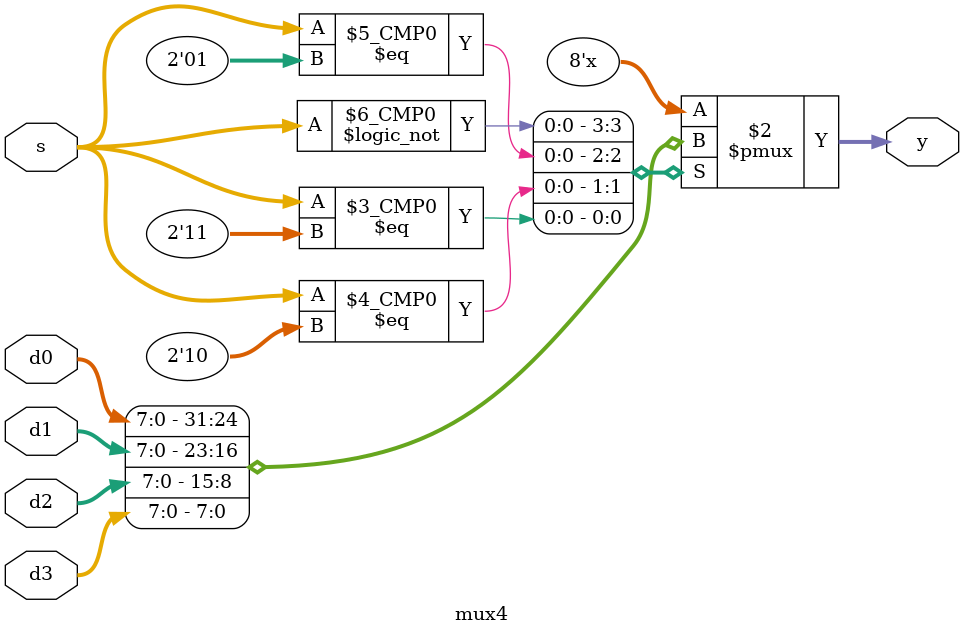
<source format=sv>
`timescale 1ns / 1ps


module mux4 #(parameter WIDTH = 8)(
    input   logic [WIDTH-1:0]   d0, d1, d2, d3,
    input   logic [1:0]         s,
    output  logic [WIDTH-1:0]   y
    );
    
    always_comb
    begin
        case(s)
        2'b00:  y = d0;
        2'b01:  y = d1;
        2'b10:  y = d2;
        2'b11:  y = d3;
        endcase
    end
    
endmodule

</source>
